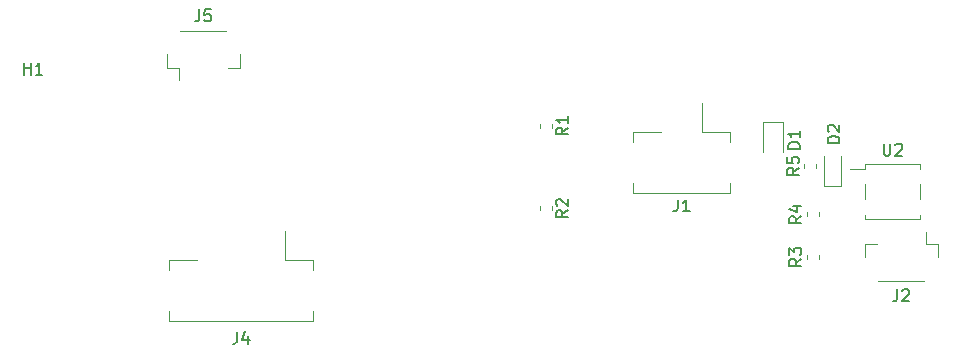
<source format=gto>
G04 #@! TF.GenerationSoftware,KiCad,Pcbnew,(5.1.5-0)*
G04 #@! TF.CreationDate,2021-02-07T07:37:12-07:00*
G04 #@! TF.ProjectId,back_v4,6261636b-5f76-4342-9e6b-696361645f70,rev?*
G04 #@! TF.SameCoordinates,Original*
G04 #@! TF.FileFunction,Legend,Top*
G04 #@! TF.FilePolarity,Positive*
%FSLAX46Y46*%
G04 Gerber Fmt 4.6, Leading zero omitted, Abs format (unit mm)*
G04 Created by KiCad (PCBNEW (5.1.5-0)) date 2021-02-07 07:37:12*
%MOMM*%
%LPD*%
G04 APERTURE LIST*
%ADD10C,0.120000*%
%ADD11C,0.150000*%
G04 APERTURE END LIST*
D10*
X178035000Y-112060000D02*
X178035000Y-109600000D01*
X176565000Y-112060000D02*
X178035000Y-112060000D01*
X176565000Y-109600000D02*
X176565000Y-112060000D01*
X122060000Y-98990000D02*
X125940000Y-98990000D01*
X127110000Y-102110000D02*
X126060000Y-102110000D01*
X127110000Y-100960000D02*
X127110000Y-102110000D01*
X121940000Y-102110000D02*
X121940000Y-103100000D01*
X120890000Y-102110000D02*
X121940000Y-102110000D01*
X120890000Y-100960000D02*
X120890000Y-102110000D01*
X184710000Y-113190000D02*
X184710000Y-111950000D01*
X180010000Y-113190000D02*
X180010000Y-111950000D01*
X180010000Y-110620000D02*
X180010000Y-110270000D01*
X180010000Y-110270000D02*
X184710000Y-110270000D01*
X184710000Y-110270000D02*
X184710000Y-110620000D01*
X180010000Y-110620000D02*
X178760000Y-110620000D01*
X180010000Y-114520000D02*
X180010000Y-114870000D01*
X180010000Y-114870000D02*
X184710000Y-114870000D01*
X184710000Y-114870000D02*
X184710000Y-114520000D01*
X175910000Y-110571267D02*
X175910000Y-110228733D01*
X174890000Y-110571267D02*
X174890000Y-110228733D01*
X185040000Y-120110000D02*
X181160000Y-120110000D01*
X179990000Y-116990000D02*
X181040000Y-116990000D01*
X179990000Y-118140000D02*
X179990000Y-116990000D01*
X185160000Y-116990000D02*
X185160000Y-116000000D01*
X186210000Y-116990000D02*
X185160000Y-116990000D01*
X186210000Y-118140000D02*
X186210000Y-116990000D01*
X176110000Y-114671267D02*
X176110000Y-114328733D01*
X175090000Y-114671267D02*
X175090000Y-114328733D01*
X176110000Y-118271267D02*
X176110000Y-117928733D01*
X175090000Y-118271267D02*
X175090000Y-117928733D01*
X173050000Y-106700000D02*
X173050000Y-109250000D01*
X171350000Y-106700000D02*
X171350000Y-109250000D01*
X173050000Y-106700000D02*
X171350000Y-106700000D01*
X152490000Y-113828733D02*
X152490000Y-114171267D01*
X153510000Y-113828733D02*
X153510000Y-114171267D01*
X152490000Y-106828733D02*
X152490000Y-107171267D01*
X153510000Y-106828733D02*
X153510000Y-107171267D01*
X121115000Y-123560000D02*
X121115000Y-122710000D01*
X133285000Y-123560000D02*
X121115000Y-123560000D01*
X133285000Y-122710000D02*
X133285000Y-123560000D01*
X121115000Y-118340000D02*
X123440000Y-118340000D01*
X121115000Y-119190000D02*
X121115000Y-118340000D01*
X130960000Y-118340000D02*
X130960000Y-115950000D01*
X133285000Y-118340000D02*
X130960000Y-118340000D01*
X133285000Y-119190000D02*
X133285000Y-118340000D01*
X160415000Y-112710000D02*
X160415000Y-111860000D01*
X168585000Y-112710000D02*
X160415000Y-112710000D01*
X168585000Y-111860000D02*
X168585000Y-112710000D01*
X160415000Y-107490000D02*
X162740000Y-107490000D01*
X160415000Y-108340000D02*
X160415000Y-107490000D01*
X166260000Y-107490000D02*
X166260000Y-105100000D01*
X168585000Y-107490000D02*
X166260000Y-107490000D01*
X168585000Y-108340000D02*
X168585000Y-107490000D01*
D11*
X177852380Y-108438095D02*
X176852380Y-108438095D01*
X176852380Y-108200000D01*
X176900000Y-108057142D01*
X176995238Y-107961904D01*
X177090476Y-107914285D01*
X177280952Y-107866666D01*
X177423809Y-107866666D01*
X177614285Y-107914285D01*
X177709523Y-107961904D01*
X177804761Y-108057142D01*
X177852380Y-108200000D01*
X177852380Y-108438095D01*
X176947619Y-107485714D02*
X176900000Y-107438095D01*
X176852380Y-107342857D01*
X176852380Y-107104761D01*
X176900000Y-107009523D01*
X176947619Y-106961904D01*
X177042857Y-106914285D01*
X177138095Y-106914285D01*
X177280952Y-106961904D01*
X177852380Y-107533333D01*
X177852380Y-106914285D01*
X108803095Y-102667380D02*
X108803095Y-101667380D01*
X108803095Y-102143571D02*
X109374523Y-102143571D01*
X109374523Y-102667380D02*
X109374523Y-101667380D01*
X110374523Y-102667380D02*
X109803095Y-102667380D01*
X110088809Y-102667380D02*
X110088809Y-101667380D01*
X109993571Y-101810238D01*
X109898333Y-101905476D01*
X109803095Y-101953095D01*
X123666666Y-97152380D02*
X123666666Y-97866666D01*
X123619047Y-98009523D01*
X123523809Y-98104761D01*
X123380952Y-98152380D01*
X123285714Y-98152380D01*
X124619047Y-97152380D02*
X124142857Y-97152380D01*
X124095238Y-97628571D01*
X124142857Y-97580952D01*
X124238095Y-97533333D01*
X124476190Y-97533333D01*
X124571428Y-97580952D01*
X124619047Y-97628571D01*
X124666666Y-97723809D01*
X124666666Y-97961904D01*
X124619047Y-98057142D01*
X124571428Y-98104761D01*
X124476190Y-98152380D01*
X124238095Y-98152380D01*
X124142857Y-98104761D01*
X124095238Y-98057142D01*
X181598095Y-108522380D02*
X181598095Y-109331904D01*
X181645714Y-109427142D01*
X181693333Y-109474761D01*
X181788571Y-109522380D01*
X181979047Y-109522380D01*
X182074285Y-109474761D01*
X182121904Y-109427142D01*
X182169523Y-109331904D01*
X182169523Y-108522380D01*
X182598095Y-108617619D02*
X182645714Y-108570000D01*
X182740952Y-108522380D01*
X182979047Y-108522380D01*
X183074285Y-108570000D01*
X183121904Y-108617619D01*
X183169523Y-108712857D01*
X183169523Y-108808095D01*
X183121904Y-108950952D01*
X182550476Y-109522380D01*
X183169523Y-109522380D01*
X174422380Y-110566666D02*
X173946190Y-110900000D01*
X174422380Y-111138095D02*
X173422380Y-111138095D01*
X173422380Y-110757142D01*
X173470000Y-110661904D01*
X173517619Y-110614285D01*
X173612857Y-110566666D01*
X173755714Y-110566666D01*
X173850952Y-110614285D01*
X173898571Y-110661904D01*
X173946190Y-110757142D01*
X173946190Y-111138095D01*
X173422380Y-109661904D02*
X173422380Y-110138095D01*
X173898571Y-110185714D01*
X173850952Y-110138095D01*
X173803333Y-110042857D01*
X173803333Y-109804761D01*
X173850952Y-109709523D01*
X173898571Y-109661904D01*
X173993809Y-109614285D01*
X174231904Y-109614285D01*
X174327142Y-109661904D01*
X174374761Y-109709523D01*
X174422380Y-109804761D01*
X174422380Y-110042857D01*
X174374761Y-110138095D01*
X174327142Y-110185714D01*
X182766666Y-120852380D02*
X182766666Y-121566666D01*
X182719047Y-121709523D01*
X182623809Y-121804761D01*
X182480952Y-121852380D01*
X182385714Y-121852380D01*
X183195238Y-120947619D02*
X183242857Y-120900000D01*
X183338095Y-120852380D01*
X183576190Y-120852380D01*
X183671428Y-120900000D01*
X183719047Y-120947619D01*
X183766666Y-121042857D01*
X183766666Y-121138095D01*
X183719047Y-121280952D01*
X183147619Y-121852380D01*
X183766666Y-121852380D01*
X174622380Y-114666666D02*
X174146190Y-115000000D01*
X174622380Y-115238095D02*
X173622380Y-115238095D01*
X173622380Y-114857142D01*
X173670000Y-114761904D01*
X173717619Y-114714285D01*
X173812857Y-114666666D01*
X173955714Y-114666666D01*
X174050952Y-114714285D01*
X174098571Y-114761904D01*
X174146190Y-114857142D01*
X174146190Y-115238095D01*
X173955714Y-113809523D02*
X174622380Y-113809523D01*
X173574761Y-114047619D02*
X174289047Y-114285714D01*
X174289047Y-113666666D01*
X174622380Y-118266666D02*
X174146190Y-118600000D01*
X174622380Y-118838095D02*
X173622380Y-118838095D01*
X173622380Y-118457142D01*
X173670000Y-118361904D01*
X173717619Y-118314285D01*
X173812857Y-118266666D01*
X173955714Y-118266666D01*
X174050952Y-118314285D01*
X174098571Y-118361904D01*
X174146190Y-118457142D01*
X174146190Y-118838095D01*
X173622380Y-117933333D02*
X173622380Y-117314285D01*
X174003333Y-117647619D01*
X174003333Y-117504761D01*
X174050952Y-117409523D01*
X174098571Y-117361904D01*
X174193809Y-117314285D01*
X174431904Y-117314285D01*
X174527142Y-117361904D01*
X174574761Y-117409523D01*
X174622380Y-117504761D01*
X174622380Y-117790476D01*
X174574761Y-117885714D01*
X174527142Y-117933333D01*
X174502380Y-108938095D02*
X173502380Y-108938095D01*
X173502380Y-108700000D01*
X173550000Y-108557142D01*
X173645238Y-108461904D01*
X173740476Y-108414285D01*
X173930952Y-108366666D01*
X174073809Y-108366666D01*
X174264285Y-108414285D01*
X174359523Y-108461904D01*
X174454761Y-108557142D01*
X174502380Y-108700000D01*
X174502380Y-108938095D01*
X174502380Y-107414285D02*
X174502380Y-107985714D01*
X174502380Y-107700000D02*
X173502380Y-107700000D01*
X173645238Y-107795238D01*
X173740476Y-107890476D01*
X173788095Y-107985714D01*
X154882380Y-114166666D02*
X154406190Y-114500000D01*
X154882380Y-114738095D02*
X153882380Y-114738095D01*
X153882380Y-114357142D01*
X153930000Y-114261904D01*
X153977619Y-114214285D01*
X154072857Y-114166666D01*
X154215714Y-114166666D01*
X154310952Y-114214285D01*
X154358571Y-114261904D01*
X154406190Y-114357142D01*
X154406190Y-114738095D01*
X153977619Y-113785714D02*
X153930000Y-113738095D01*
X153882380Y-113642857D01*
X153882380Y-113404761D01*
X153930000Y-113309523D01*
X153977619Y-113261904D01*
X154072857Y-113214285D01*
X154168095Y-113214285D01*
X154310952Y-113261904D01*
X154882380Y-113833333D01*
X154882380Y-113214285D01*
X154882380Y-107166666D02*
X154406190Y-107500000D01*
X154882380Y-107738095D02*
X153882380Y-107738095D01*
X153882380Y-107357142D01*
X153930000Y-107261904D01*
X153977619Y-107214285D01*
X154072857Y-107166666D01*
X154215714Y-107166666D01*
X154310952Y-107214285D01*
X154358571Y-107261904D01*
X154406190Y-107357142D01*
X154406190Y-107738095D01*
X154882380Y-106214285D02*
X154882380Y-106785714D01*
X154882380Y-106500000D02*
X153882380Y-106500000D01*
X154025238Y-106595238D01*
X154120476Y-106690476D01*
X154168095Y-106785714D01*
X126866666Y-124452380D02*
X126866666Y-125166666D01*
X126819047Y-125309523D01*
X126723809Y-125404761D01*
X126580952Y-125452380D01*
X126485714Y-125452380D01*
X127771428Y-124785714D02*
X127771428Y-125452380D01*
X127533333Y-124404761D02*
X127295238Y-125119047D01*
X127914285Y-125119047D01*
X164166666Y-113252380D02*
X164166666Y-113966666D01*
X164119047Y-114109523D01*
X164023809Y-114204761D01*
X163880952Y-114252380D01*
X163785714Y-114252380D01*
X165166666Y-114252380D02*
X164595238Y-114252380D01*
X164880952Y-114252380D02*
X164880952Y-113252380D01*
X164785714Y-113395238D01*
X164690476Y-113490476D01*
X164595238Y-113538095D01*
M02*

</source>
